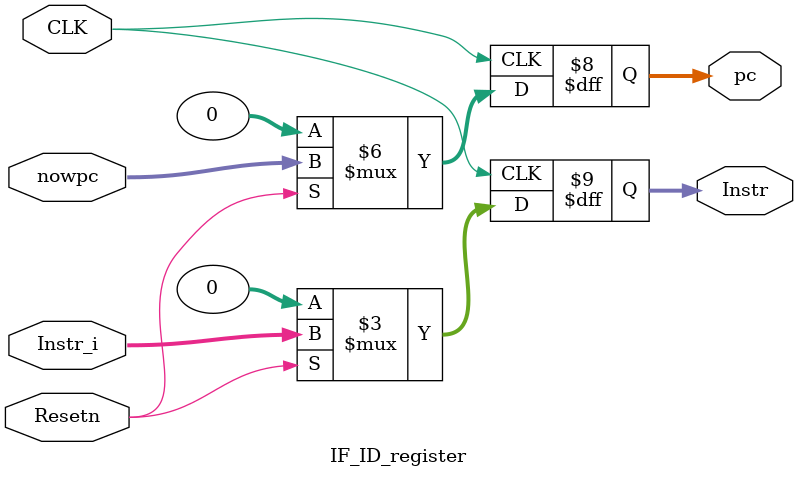
<source format=v>
module IF_ID_register(
    input CLK,
    input [31:0] nowpc,
    input [31:0] Instr_i,
    input Resetn,
    
    output reg [31:0] pc,
    output reg [31:0] Instr

);

always @(negedge CLK) begin
    if(Resetn) begin
        pc <= nowpc;
        Instr <= Instr_i;
    end
        
    else  begin
        pc <= 32'b0;
        Instr <= 32'b0;
    end
        
end


endmodule 

</source>
